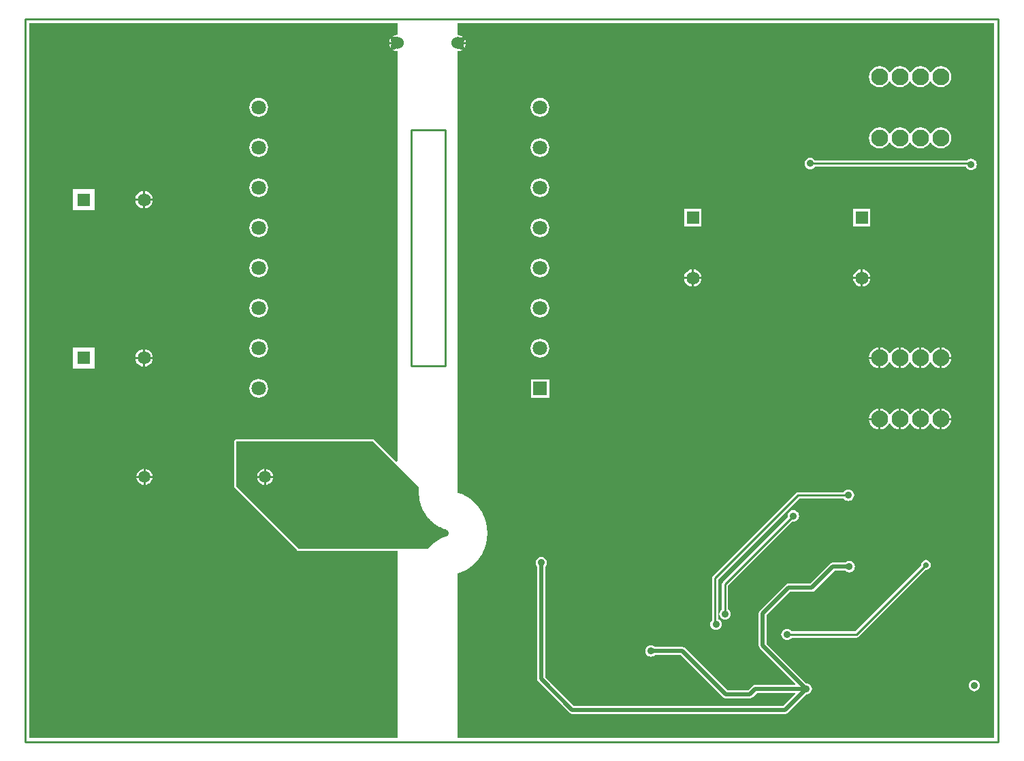
<source format=gbl>
G04*
G04 #@! TF.GenerationSoftware,Altium Limited,Altium Designer,18.1.7 (191)*
G04*
G04 Layer_Physical_Order=2*
G04 Layer_Color=16711680*
%FSLAX44Y44*%
%MOMM*%
G71*
G01*
G75*
%ADD14C,0.2540*%
%ADD65C,0.5000*%
%ADD67C,1.6500*%
%ADD68R,1.6500X1.6500*%
%ADD69C,1.5240*%
%ADD70C,2.1000*%
%ADD71R,1.6500X1.6500*%
%ADD72R,1.8000X1.8000*%
%ADD73C,1.8000*%
%ADD74C,1.5000*%
%ADD75C,0.9000*%
%ADD76C,0.7000*%
G36*
X462500Y880248D02*
X459848Y879899D01*
X457376Y878875D01*
X456694Y878351D01*
X456967Y878249D01*
X457686Y878047D01*
X458481Y877884D01*
X459352Y877760D01*
X461324Y877628D01*
X462424Y877620D01*
X456074Y871270D01*
X462500D01*
Y868730D01*
X456074D01*
X462424Y862380D01*
X461324Y862372D01*
X459352Y862240D01*
X458481Y862116D01*
X457686Y861953D01*
X456967Y861751D01*
X456694Y861649D01*
X457376Y861125D01*
X459848Y860101D01*
X462500Y859752D01*
Y349322D01*
X461327Y348836D01*
X434331Y375831D01*
X433491Y376393D01*
X432500Y376590D01*
X262000D01*
X261009Y376393D01*
X260169Y375831D01*
X259607Y374991D01*
X259410Y374000D01*
Y318000D01*
X259607Y317009D01*
X260169Y316169D01*
X338169Y238169D01*
X339009Y237607D01*
X340000Y237410D01*
X462500D01*
Y5098D01*
X5098D01*
Y894902D01*
X462500D01*
Y880248D01*
D02*
G37*
G36*
X489397Y317103D02*
Y310147D01*
X489500Y308575D01*
Y307001D01*
X489706Y305439D01*
X489809Y303868D01*
X490116Y302323D01*
X490321Y300762D01*
X490729Y299241D01*
X491036Y297697D01*
X491542Y296206D01*
X491950Y294685D01*
X492552Y293230D01*
X493059Y291739D01*
X493755Y290326D01*
X494358Y288871D01*
X495145Y287508D01*
X495842Y286095D01*
X496716Y284786D01*
X497504Y283422D01*
X498462Y282173D01*
X499337Y280864D01*
X500376Y279680D01*
X501334Y278430D01*
X502448Y277317D01*
X503486Y276133D01*
X504670Y275095D01*
X505784Y273981D01*
X507033Y273022D01*
X508217Y271984D01*
X509526Y271109D01*
X510775Y270151D01*
X512139Y269363D01*
X513448Y268488D01*
X514861Y267792D01*
X516225Y267005D01*
X517679Y266402D01*
X519092Y265705D01*
X520583Y265199D01*
X522038Y264597D01*
X523586Y264071D01*
X524103Y263816D01*
X524582Y263496D01*
X525016Y263116D01*
X525396Y262682D01*
X525716Y262203D01*
X525971Y261686D01*
X526156Y261141D01*
X526269Y260575D01*
X526306Y260000D01*
X526269Y259425D01*
X526156Y258859D01*
X525971Y258314D01*
X525716Y257797D01*
X525396Y257318D01*
X525016Y256884D01*
X524582Y256504D01*
X524103Y256184D01*
X523586Y255929D01*
X522038Y255403D01*
X520583Y254801D01*
X519092Y254294D01*
X517679Y253598D01*
X516225Y252995D01*
X514861Y252208D01*
X513448Y251512D01*
X512139Y250637D01*
X510775Y249849D01*
X509526Y248891D01*
X508217Y248016D01*
X507033Y246978D01*
X505784Y246019D01*
X504670Y244905D01*
X503486Y243867D01*
X502448Y242683D01*
X501334Y241570D01*
X500376Y240320D01*
X500095Y240000D01*
X340000D01*
X262000Y318000D01*
Y374000D01*
X432500D01*
X489397Y317103D01*
D02*
G37*
G36*
X1204902Y5098D02*
X537500D01*
Y209853D01*
X542034Y211392D01*
X548206Y214436D01*
X553929Y218260D01*
X559103Y222797D01*
X563641Y227971D01*
X567464Y233694D01*
X570508Y239866D01*
X572720Y246383D01*
X574063Y253133D01*
X574513Y260000D01*
X574063Y266867D01*
X572720Y273617D01*
X570508Y280134D01*
X567464Y286306D01*
X563641Y292029D01*
X559103Y297203D01*
X553929Y301740D01*
X548206Y305564D01*
X542034Y308608D01*
X537500Y310147D01*
Y859752D01*
X540152Y860101D01*
X542624Y861125D01*
X543306Y861649D01*
X543033Y861751D01*
X542314Y861953D01*
X541519Y862116D01*
X540648Y862240D01*
X538676Y862372D01*
X537576Y862380D01*
X543926Y868730D01*
X537500D01*
Y871270D01*
X543357D01*
X538636Y877535D01*
X539664Y877403D01*
X541524Y877310D01*
X542355Y877348D01*
X543121Y877443D01*
X543822Y877595D01*
X544151Y877702D01*
X542624Y878875D01*
X540152Y879899D01*
X537500Y880248D01*
Y894902D01*
X1204902D01*
X1204902Y5098D01*
D02*
G37*
%LPC*%
G36*
X454149Y875806D02*
X453625Y875124D01*
X452602Y872652D01*
X452420Y871270D01*
X454866D01*
X454740Y873148D01*
X454616Y874019D01*
X454453Y874814D01*
X454251Y875533D01*
X454149Y875806D01*
D02*
G37*
G36*
X454866Y868730D02*
X452420D01*
X452602Y867348D01*
X453625Y864876D01*
X454149Y864194D01*
X454251Y864467D01*
X454453Y865186D01*
X454616Y865981D01*
X454740Y866852D01*
X454866Y868730D01*
D02*
G37*
G36*
X290000Y801639D02*
X286987Y801243D01*
X284180Y800080D01*
X281770Y798230D01*
X279920Y795820D01*
X278757Y793012D01*
X278361Y790000D01*
X278757Y786988D01*
X279920Y784180D01*
X281770Y781770D01*
X284180Y779920D01*
X286987Y778757D01*
X290000Y778360D01*
X293013Y778757D01*
X295820Y779920D01*
X298230Y781770D01*
X300080Y784180D01*
X301243Y786988D01*
X301640Y790000D01*
X301243Y793012D01*
X300080Y795820D01*
X298230Y798230D01*
X295820Y800080D01*
X293013Y801243D01*
X290000Y801639D01*
D02*
G37*
G36*
Y751639D02*
X286987Y751243D01*
X284180Y750080D01*
X281770Y748230D01*
X279920Y745820D01*
X278757Y743012D01*
X278361Y740000D01*
X278757Y736988D01*
X279920Y734180D01*
X281770Y731770D01*
X284180Y729920D01*
X286987Y728757D01*
X290000Y728360D01*
X293013Y728757D01*
X295820Y729920D01*
X298230Y731770D01*
X300080Y734180D01*
X301243Y736988D01*
X301640Y740000D01*
X301243Y743012D01*
X300080Y745820D01*
X298230Y748230D01*
X295820Y750080D01*
X293013Y751243D01*
X290000Y751639D01*
D02*
G37*
G36*
Y701639D02*
X286987Y701243D01*
X284180Y700080D01*
X281770Y698230D01*
X279920Y695820D01*
X278757Y693012D01*
X278361Y690000D01*
X278757Y686988D01*
X279920Y684180D01*
X281770Y681770D01*
X284180Y679920D01*
X286987Y678757D01*
X290000Y678360D01*
X293013Y678757D01*
X295820Y679920D01*
X298230Y681770D01*
X300080Y684180D01*
X301243Y686988D01*
X301640Y690000D01*
X301243Y693012D01*
X300080Y695820D01*
X298230Y698230D01*
X295820Y700080D01*
X293013Y701243D01*
X290000Y701639D01*
D02*
G37*
G36*
X148770Y685716D02*
Y676270D01*
X158216D01*
X158012Y677817D01*
X156925Y680442D01*
X155196Y682695D01*
X152942Y684425D01*
X150317Y685512D01*
X148770Y685716D01*
D02*
G37*
G36*
X146230D02*
X144683Y685512D01*
X142058Y684425D01*
X139804Y682695D01*
X138075Y680442D01*
X136988Y677817D01*
X136784Y676270D01*
X146230D01*
Y685716D01*
D02*
G37*
G36*
X158216Y673730D02*
X148770D01*
Y664284D01*
X150317Y664488D01*
X152942Y665575D01*
X155196Y667305D01*
X156925Y669558D01*
X158012Y672183D01*
X158216Y673730D01*
D02*
G37*
G36*
X146230D02*
X136784D01*
X136988Y672183D01*
X138075Y669558D01*
X139804Y667305D01*
X142058Y665575D01*
X144683Y664488D01*
X146230Y664284D01*
Y673730D01*
D02*
G37*
G36*
X85750Y688250D02*
X59250D01*
Y661750D01*
X85750D01*
Y688250D01*
D02*
G37*
G36*
X290000Y651639D02*
X286987Y651243D01*
X284180Y650080D01*
X281770Y648230D01*
X279920Y645820D01*
X278757Y643012D01*
X278361Y640000D01*
X278757Y636987D01*
X279920Y634180D01*
X281770Y631770D01*
X284180Y629920D01*
X286987Y628757D01*
X290000Y628360D01*
X293013Y628757D01*
X295820Y629920D01*
X298230Y631770D01*
X300080Y634180D01*
X301243Y636987D01*
X301640Y640000D01*
X301243Y643012D01*
X300080Y645820D01*
X298230Y648230D01*
X295820Y650080D01*
X293013Y651243D01*
X290000Y651639D01*
D02*
G37*
G36*
Y601640D02*
X286987Y601243D01*
X284180Y600080D01*
X281770Y598230D01*
X279920Y595820D01*
X278757Y593013D01*
X278361Y590000D01*
X278757Y586987D01*
X279920Y584180D01*
X281770Y581770D01*
X284180Y579920D01*
X286987Y578757D01*
X290000Y578360D01*
X293013Y578757D01*
X295820Y579920D01*
X298230Y581770D01*
X300080Y584180D01*
X301243Y586987D01*
X301640Y590000D01*
X301243Y593013D01*
X300080Y595820D01*
X298230Y598230D01*
X295820Y600080D01*
X293013Y601243D01*
X290000Y601640D01*
D02*
G37*
G36*
Y551640D02*
X286987Y551243D01*
X284180Y550080D01*
X281770Y548230D01*
X279920Y545820D01*
X278757Y543013D01*
X278361Y540000D01*
X278757Y536987D01*
X279920Y534180D01*
X281770Y531770D01*
X284180Y529920D01*
X286987Y528757D01*
X290000Y528360D01*
X293013Y528757D01*
X295820Y529920D01*
X298230Y531770D01*
X300080Y534180D01*
X301243Y536987D01*
X301640Y540000D01*
X301243Y543013D01*
X300080Y545820D01*
X298230Y548230D01*
X295820Y550080D01*
X293013Y551243D01*
X290000Y551640D01*
D02*
G37*
G36*
X148770Y488816D02*
Y479370D01*
X158216D01*
X158012Y480917D01*
X156925Y483541D01*
X155196Y485796D01*
X152942Y487525D01*
X150317Y488612D01*
X148770Y488816D01*
D02*
G37*
G36*
X146230D02*
X144683Y488612D01*
X142058Y487525D01*
X139804Y485796D01*
X138075Y483541D01*
X136988Y480917D01*
X136784Y479370D01*
X146230D01*
Y488816D01*
D02*
G37*
G36*
X290000Y501640D02*
X286987Y501243D01*
X284180Y500080D01*
X281770Y498230D01*
X279920Y495820D01*
X278757Y493013D01*
X278361Y490000D01*
X278757Y486987D01*
X279920Y484180D01*
X281770Y481770D01*
X284180Y479920D01*
X286987Y478757D01*
X290000Y478360D01*
X293013Y478757D01*
X295820Y479920D01*
X298230Y481770D01*
X300080Y484180D01*
X301243Y486987D01*
X301640Y490000D01*
X301243Y493013D01*
X300080Y495820D01*
X298230Y498230D01*
X295820Y500080D01*
X293013Y501243D01*
X290000Y501640D01*
D02*
G37*
G36*
X158216Y476830D02*
X148770D01*
Y467384D01*
X150317Y467588D01*
X152942Y468675D01*
X155196Y470405D01*
X156925Y472658D01*
X158012Y475283D01*
X158216Y476830D01*
D02*
G37*
G36*
X146230D02*
X136784D01*
X136988Y475283D01*
X138075Y472658D01*
X139804Y470405D01*
X142058Y468675D01*
X144683Y467588D01*
X146230Y467384D01*
Y476830D01*
D02*
G37*
G36*
X85750Y491350D02*
X59250D01*
Y464850D01*
X85750D01*
Y491350D01*
D02*
G37*
G36*
X290000Y451640D02*
X286987Y451243D01*
X284180Y450080D01*
X281770Y448230D01*
X279920Y445820D01*
X278757Y443013D01*
X278361Y440000D01*
X278757Y436987D01*
X279920Y434180D01*
X281770Y431770D01*
X284180Y429920D01*
X286987Y428757D01*
X290000Y428360D01*
X293013Y428757D01*
X295820Y429920D01*
X298230Y431770D01*
X300080Y434180D01*
X301243Y436987D01*
X301640Y440000D01*
X301243Y443013D01*
X300080Y445820D01*
X298230Y448230D01*
X295820Y450080D01*
X293013Y451243D01*
X290000Y451640D01*
D02*
G37*
G36*
X149270Y339959D02*
Y331270D01*
X157959D01*
X157782Y332621D01*
X156770Y335063D01*
X155161Y337161D01*
X153063Y338770D01*
X150621Y339782D01*
X149270Y339959D01*
D02*
G37*
G36*
X146730D02*
X145379Y339782D01*
X142937Y338770D01*
X140839Y337161D01*
X139230Y335063D01*
X138218Y332621D01*
X138041Y331270D01*
X146730D01*
Y339959D01*
D02*
G37*
G36*
X157959Y328730D02*
X149270D01*
Y320041D01*
X150621Y320218D01*
X153063Y321230D01*
X155161Y322839D01*
X156770Y324937D01*
X157782Y327379D01*
X157959Y328730D01*
D02*
G37*
G36*
X146730D02*
X138041D01*
X138218Y327379D01*
X139230Y324937D01*
X140839Y322839D01*
X142937Y321230D01*
X145379Y320218D01*
X146730Y320041D01*
Y328730D01*
D02*
G37*
G36*
X299270Y339959D02*
Y331270D01*
X307959D01*
X307782Y332621D01*
X306770Y335063D01*
X305161Y337161D01*
X303063Y338770D01*
X300621Y339782D01*
X299270Y339959D01*
D02*
G37*
G36*
X296730D02*
X295379Y339782D01*
X292937Y338770D01*
X290839Y337161D01*
X289230Y335063D01*
X288218Y332621D01*
X288041Y331270D01*
X296730D01*
Y339959D01*
D02*
G37*
G36*
X307959Y328730D02*
X299270D01*
Y320041D01*
X300621Y320218D01*
X303063Y321230D01*
X305161Y322839D01*
X306770Y324937D01*
X307782Y327379D01*
X307959Y328730D01*
D02*
G37*
G36*
X296730D02*
X288041D01*
X288218Y327379D01*
X289230Y324937D01*
X290839Y322839D01*
X292937Y321230D01*
X295379Y320218D01*
X296730Y320041D01*
Y328730D01*
D02*
G37*
G36*
X546439Y874968D02*
X546317Y874682D01*
X546063Y873956D01*
X545826Y873142D01*
X545410Y871270D01*
X547580D01*
X547398Y872652D01*
X546439Y874968D01*
D02*
G37*
G36*
X547580Y868730D02*
X545134D01*
X545260Y866852D01*
X545384Y865981D01*
X545547Y865186D01*
X545749Y864467D01*
X545851Y864194D01*
X546375Y864876D01*
X547398Y867348D01*
X547580Y868730D01*
D02*
G37*
G36*
X1138100Y841253D02*
X1134696Y840804D01*
X1131524Y839490D01*
X1128800Y837400D01*
X1126710Y834676D01*
X1126035Y833048D01*
X1124765D01*
X1124090Y834676D01*
X1122000Y837400D01*
X1119276Y839490D01*
X1116104Y840804D01*
X1112700Y841253D01*
X1109296Y840804D01*
X1106124Y839490D01*
X1103400Y837400D01*
X1101310Y834676D01*
X1100635Y833048D01*
X1099365D01*
X1098690Y834676D01*
X1096600Y837400D01*
X1093876Y839490D01*
X1090704Y840804D01*
X1087300Y841253D01*
X1083896Y840804D01*
X1080724Y839490D01*
X1078000Y837400D01*
X1075910Y834676D01*
X1075235Y833048D01*
X1073965D01*
X1073290Y834676D01*
X1071200Y837400D01*
X1068476Y839490D01*
X1065304Y840804D01*
X1061900Y841253D01*
X1058496Y840804D01*
X1055324Y839490D01*
X1052600Y837400D01*
X1050510Y834676D01*
X1049196Y831504D01*
X1048747Y828100D01*
X1049196Y824696D01*
X1050510Y821524D01*
X1052600Y818800D01*
X1055324Y816710D01*
X1058496Y815396D01*
X1061900Y814948D01*
X1065304Y815396D01*
X1068476Y816710D01*
X1071200Y818800D01*
X1073290Y821524D01*
X1073965Y823152D01*
X1075235D01*
X1075910Y821524D01*
X1078000Y818800D01*
X1080724Y816710D01*
X1083896Y815396D01*
X1087300Y814948D01*
X1090704Y815396D01*
X1093876Y816710D01*
X1096600Y818800D01*
X1098690Y821524D01*
X1099365Y823152D01*
X1100635D01*
X1101310Y821524D01*
X1103400Y818800D01*
X1106124Y816710D01*
X1109296Y815396D01*
X1112700Y814948D01*
X1116104Y815396D01*
X1119276Y816710D01*
X1122000Y818800D01*
X1124090Y821524D01*
X1124765Y823152D01*
X1126035D01*
X1126710Y821524D01*
X1128800Y818800D01*
X1131524Y816710D01*
X1134696Y815396D01*
X1138100Y814948D01*
X1141504Y815396D01*
X1144676Y816710D01*
X1147400Y818800D01*
X1149490Y821524D01*
X1150804Y824696D01*
X1151253Y828100D01*
X1150804Y831504D01*
X1149490Y834676D01*
X1147400Y837400D01*
X1144676Y839490D01*
X1141504Y840804D01*
X1138100Y841253D01*
D02*
G37*
G36*
X640000Y801639D02*
X636987Y801243D01*
X634180Y800080D01*
X631770Y798230D01*
X629920Y795820D01*
X628757Y793012D01*
X628360Y790000D01*
X628757Y786988D01*
X629920Y784180D01*
X631770Y781770D01*
X634180Y779920D01*
X636987Y778757D01*
X640000Y778360D01*
X643013Y778757D01*
X645820Y779920D01*
X648230Y781770D01*
X650080Y784180D01*
X651243Y786988D01*
X651640Y790000D01*
X651243Y793012D01*
X650080Y795820D01*
X648230Y798230D01*
X645820Y800080D01*
X643013Y801243D01*
X640000Y801639D01*
D02*
G37*
G36*
X1138100Y765052D02*
X1134696Y764604D01*
X1131524Y763290D01*
X1128800Y761200D01*
X1126710Y758476D01*
X1126035Y756848D01*
X1124765D01*
X1124090Y758476D01*
X1122000Y761200D01*
X1119276Y763290D01*
X1116104Y764604D01*
X1112700Y765052D01*
X1109296Y764604D01*
X1106124Y763290D01*
X1103400Y761200D01*
X1101310Y758476D01*
X1100635Y756848D01*
X1099365D01*
X1098690Y758476D01*
X1096600Y761200D01*
X1093876Y763290D01*
X1090704Y764604D01*
X1087300Y765052D01*
X1083896Y764604D01*
X1080724Y763290D01*
X1078000Y761200D01*
X1075910Y758476D01*
X1075235Y756848D01*
X1073965D01*
X1073290Y758476D01*
X1071200Y761200D01*
X1068476Y763290D01*
X1065304Y764604D01*
X1061900Y765052D01*
X1058496Y764604D01*
X1055324Y763290D01*
X1052600Y761200D01*
X1050510Y758476D01*
X1049196Y755304D01*
X1048747Y751900D01*
X1049196Y748496D01*
X1050510Y745324D01*
X1052600Y742600D01*
X1055324Y740510D01*
X1058496Y739196D01*
X1061900Y738747D01*
X1065304Y739196D01*
X1068476Y740510D01*
X1071200Y742600D01*
X1073290Y745324D01*
X1073965Y746952D01*
X1075235D01*
X1075910Y745324D01*
X1078000Y742600D01*
X1080724Y740510D01*
X1083896Y739196D01*
X1087300Y738747D01*
X1090704Y739196D01*
X1093876Y740510D01*
X1096600Y742600D01*
X1098690Y745324D01*
X1099365Y746952D01*
X1100635D01*
X1101310Y745324D01*
X1103400Y742600D01*
X1106124Y740510D01*
X1109296Y739196D01*
X1112700Y738747D01*
X1116104Y739196D01*
X1119276Y740510D01*
X1122000Y742600D01*
X1124090Y745324D01*
X1124765Y746952D01*
X1126035D01*
X1126710Y745324D01*
X1128800Y742600D01*
X1131524Y740510D01*
X1134696Y739196D01*
X1138100Y738747D01*
X1141504Y739196D01*
X1144676Y740510D01*
X1147400Y742600D01*
X1149490Y745324D01*
X1150804Y748496D01*
X1151253Y751900D01*
X1150804Y755304D01*
X1149490Y758476D01*
X1147400Y761200D01*
X1144676Y763290D01*
X1141504Y764604D01*
X1138100Y765052D01*
D02*
G37*
G36*
X640000Y751639D02*
X636987Y751243D01*
X634180Y750080D01*
X631770Y748230D01*
X629920Y745820D01*
X628757Y743012D01*
X628360Y740000D01*
X628757Y736988D01*
X629920Y734180D01*
X631770Y731770D01*
X634180Y729920D01*
X636987Y728757D01*
X640000Y728360D01*
X643013Y728757D01*
X645820Y729920D01*
X648230Y731770D01*
X650080Y734180D01*
X651243Y736988D01*
X651640Y740000D01*
X651243Y743012D01*
X650080Y745820D01*
X648230Y748230D01*
X645820Y750080D01*
X643013Y751243D01*
X640000Y751639D01*
D02*
G37*
G36*
X976000Y727101D02*
X974162Y726859D01*
X972450Y726149D01*
X970979Y725021D01*
X969851Y723550D01*
X969141Y721838D01*
X968899Y720000D01*
X969141Y718162D01*
X969851Y716450D01*
X970979Y714979D01*
X972450Y713851D01*
X974162Y713141D01*
X976000Y712899D01*
X977838Y713141D01*
X979550Y713851D01*
X981021Y714979D01*
X981893Y716115D01*
X1169575D01*
X1169851Y715450D01*
X1170979Y713979D01*
X1172450Y712851D01*
X1174162Y712141D01*
X1176000Y711899D01*
X1177838Y712141D01*
X1179550Y712851D01*
X1181021Y713979D01*
X1182149Y715450D01*
X1182859Y717162D01*
X1183101Y719000D01*
X1182859Y720838D01*
X1182149Y722550D01*
X1181021Y724021D01*
X1179550Y725149D01*
X1177838Y725859D01*
X1176000Y726101D01*
X1174162Y725859D01*
X1172450Y725149D01*
X1170979Y724021D01*
X1170874Y723885D01*
X981893D01*
X981021Y725021D01*
X979550Y726149D01*
X977838Y726859D01*
X976000Y727101D01*
D02*
G37*
G36*
X640000Y701639D02*
X636987Y701243D01*
X634180Y700080D01*
X631770Y698230D01*
X629920Y695820D01*
X628757Y693012D01*
X628360Y690000D01*
X628757Y686988D01*
X629920Y684180D01*
X631770Y681770D01*
X634180Y679920D01*
X636987Y678757D01*
X640000Y678360D01*
X643013Y678757D01*
X645820Y679920D01*
X648230Y681770D01*
X650080Y684180D01*
X651243Y686988D01*
X651640Y690000D01*
X651243Y693012D01*
X650080Y695820D01*
X648230Y698230D01*
X645820Y700080D01*
X643013Y701243D01*
X640000Y701639D01*
D02*
G37*
G36*
X1050790Y663290D02*
X1029210D01*
Y641710D01*
X1050790D01*
Y663290D01*
D02*
G37*
G36*
X840790D02*
X819210D01*
Y641710D01*
X840790D01*
Y663290D01*
D02*
G37*
G36*
X640000Y651639D02*
X636987Y651243D01*
X634180Y650080D01*
X631770Y648230D01*
X629920Y645820D01*
X628757Y643012D01*
X628360Y640000D01*
X628757Y636987D01*
X629920Y634180D01*
X631770Y631770D01*
X634180Y629920D01*
X636987Y628757D01*
X640000Y628360D01*
X643013Y628757D01*
X645820Y629920D01*
X648230Y631770D01*
X650080Y634180D01*
X651243Y636987D01*
X651640Y640000D01*
X651243Y643012D01*
X650080Y645820D01*
X648230Y648230D01*
X645820Y650080D01*
X643013Y651243D01*
X640000Y651639D01*
D02*
G37*
G36*
X1041270Y588216D02*
Y578770D01*
X1050716D01*
X1050512Y580317D01*
X1049425Y582942D01*
X1047695Y585196D01*
X1045442Y586925D01*
X1042817Y588012D01*
X1041270Y588216D01*
D02*
G37*
G36*
X1038730Y588216D02*
X1037183Y588012D01*
X1034558Y586925D01*
X1032305Y585196D01*
X1030575Y582942D01*
X1029488Y580317D01*
X1029284Y578770D01*
X1038730D01*
Y588216D01*
D02*
G37*
G36*
X831270D02*
Y578770D01*
X840716D01*
X840512Y580317D01*
X839425Y582942D01*
X837695Y585196D01*
X835442Y586925D01*
X832817Y588012D01*
X831270Y588216D01*
D02*
G37*
G36*
X828730D02*
X827183Y588012D01*
X824558Y586925D01*
X822305Y585196D01*
X820575Y582942D01*
X819488Y580317D01*
X819284Y578770D01*
X828730D01*
Y588216D01*
D02*
G37*
G36*
X640000Y601640D02*
X636987Y601243D01*
X634180Y600080D01*
X631770Y598230D01*
X629920Y595820D01*
X628757Y593013D01*
X628360Y590000D01*
X628757Y586987D01*
X629920Y584180D01*
X631770Y581770D01*
X634180Y579920D01*
X636987Y578757D01*
X640000Y578360D01*
X643013Y578757D01*
X645820Y579920D01*
X648230Y581770D01*
X650080Y584180D01*
X651243Y586987D01*
X651640Y590000D01*
X651243Y593013D01*
X650080Y595820D01*
X648230Y598230D01*
X645820Y600080D01*
X643013Y601243D01*
X640000Y601640D01*
D02*
G37*
G36*
X1038730Y576230D02*
X1029284D01*
X1029488Y574683D01*
X1030575Y572058D01*
X1032305Y569804D01*
X1034558Y568075D01*
X1037183Y566988D01*
X1038730Y566784D01*
Y576230D01*
D02*
G37*
G36*
X828730Y576230D02*
X819284D01*
X819488Y574683D01*
X820575Y572058D01*
X822305Y569804D01*
X824558Y568075D01*
X827183Y566988D01*
X828730Y566784D01*
Y576230D01*
D02*
G37*
G36*
X840716D02*
X831270D01*
Y566784D01*
X832817Y566988D01*
X835442Y568075D01*
X837695Y569804D01*
X839425Y572058D01*
X840512Y574683D01*
X840716Y576230D01*
D02*
G37*
G36*
X1050716Y576230D02*
X1041270D01*
Y566784D01*
X1042817Y566988D01*
X1045442Y568075D01*
X1047695Y569804D01*
X1049425Y572058D01*
X1050512Y574683D01*
X1050716Y576230D01*
D02*
G37*
G36*
X640000Y551640D02*
X636987Y551243D01*
X634180Y550080D01*
X631770Y548230D01*
X629920Y545820D01*
X628757Y543013D01*
X628360Y540000D01*
X628757Y536987D01*
X629920Y534180D01*
X631770Y531770D01*
X634180Y529920D01*
X636987Y528757D01*
X640000Y528360D01*
X643013Y528757D01*
X645820Y529920D01*
X648230Y531770D01*
X650080Y534180D01*
X651243Y536987D01*
X651640Y540000D01*
X651243Y543013D01*
X650080Y545820D01*
X648230Y548230D01*
X645820Y550080D01*
X643013Y551243D01*
X640000Y551640D01*
D02*
G37*
G36*
X1136830Y491085D02*
X1134696Y490804D01*
X1131524Y489490D01*
X1128800Y487400D01*
X1126710Y484676D01*
X1126035Y483048D01*
X1124765D01*
X1124090Y484676D01*
X1122000Y487400D01*
X1119276Y489490D01*
X1116104Y490804D01*
X1113970Y491085D01*
Y478100D01*
Y465115D01*
X1116104Y465396D01*
X1119276Y466710D01*
X1122000Y468800D01*
X1124090Y471524D01*
X1124765Y473152D01*
X1126035D01*
X1126710Y471524D01*
X1128800Y468800D01*
X1131524Y466710D01*
X1134696Y465396D01*
X1136830Y465115D01*
Y478100D01*
Y491085D01*
D02*
G37*
G36*
X1111430D02*
X1109296Y490804D01*
X1106124Y489490D01*
X1103400Y487400D01*
X1101310Y484676D01*
X1100635Y483048D01*
X1099365D01*
X1098690Y484676D01*
X1096600Y487400D01*
X1093876Y489490D01*
X1090704Y490804D01*
X1088570Y491085D01*
Y478100D01*
Y465115D01*
X1090704Y465396D01*
X1093876Y466710D01*
X1096600Y468800D01*
X1098690Y471524D01*
X1099365Y473152D01*
X1100635D01*
X1101310Y471524D01*
X1103400Y468800D01*
X1106124Y466710D01*
X1109296Y465396D01*
X1111430Y465115D01*
Y478100D01*
Y491085D01*
D02*
G37*
G36*
X1086030D02*
X1083896Y490804D01*
X1080724Y489490D01*
X1078000Y487400D01*
X1075910Y484676D01*
X1075235Y483048D01*
X1073965D01*
X1073290Y484676D01*
X1071200Y487400D01*
X1068476Y489490D01*
X1065304Y490804D01*
X1063170Y491085D01*
Y478100D01*
Y465115D01*
X1065304Y465396D01*
X1068476Y466710D01*
X1071200Y468800D01*
X1073290Y471524D01*
X1073965Y473152D01*
X1075235D01*
X1075910Y471524D01*
X1078000Y468800D01*
X1080724Y466710D01*
X1083896Y465396D01*
X1086030Y465115D01*
Y478100D01*
Y491085D01*
D02*
G37*
G36*
X1139370D02*
Y479370D01*
X1151085D01*
X1150804Y481504D01*
X1149490Y484676D01*
X1147400Y487400D01*
X1144676Y489490D01*
X1141504Y490804D01*
X1139370Y491085D01*
D02*
G37*
G36*
X1060630D02*
X1058496Y490804D01*
X1055324Y489490D01*
X1052600Y487400D01*
X1050510Y484676D01*
X1049196Y481504D01*
X1048915Y479370D01*
X1060630D01*
Y491085D01*
D02*
G37*
G36*
X640000Y501640D02*
X636987Y501243D01*
X634180Y500080D01*
X631770Y498230D01*
X629920Y495820D01*
X628757Y493013D01*
X628360Y490000D01*
X628757Y486987D01*
X629920Y484180D01*
X631770Y481770D01*
X634180Y479920D01*
X636987Y478757D01*
X640000Y478360D01*
X643013Y478757D01*
X645820Y479920D01*
X648230Y481770D01*
X650080Y484180D01*
X651243Y486987D01*
X651640Y490000D01*
X651243Y493013D01*
X650080Y495820D01*
X648230Y498230D01*
X645820Y500080D01*
X643013Y501243D01*
X640000Y501640D01*
D02*
G37*
G36*
X1151085Y476830D02*
X1139370D01*
Y465115D01*
X1141504Y465396D01*
X1144676Y466710D01*
X1147400Y468800D01*
X1149490Y471524D01*
X1150804Y474696D01*
X1151085Y476830D01*
D02*
G37*
G36*
X1060630D02*
X1048915D01*
X1049196Y474696D01*
X1050510Y471524D01*
X1052600Y468800D01*
X1055324Y466710D01*
X1058496Y465396D01*
X1060630Y465115D01*
Y476830D01*
D02*
G37*
G36*
X651540Y451540D02*
X628460D01*
Y428460D01*
X651540D01*
Y451540D01*
D02*
G37*
G36*
X1136830Y414885D02*
X1134696Y414604D01*
X1131524Y413290D01*
X1128800Y411200D01*
X1126710Y408476D01*
X1126035Y406848D01*
X1124765D01*
X1124090Y408476D01*
X1122000Y411200D01*
X1119276Y413290D01*
X1116104Y414604D01*
X1113970Y414885D01*
Y401900D01*
Y388915D01*
X1116104Y389196D01*
X1119276Y390510D01*
X1122000Y392600D01*
X1124090Y395324D01*
X1124765Y396952D01*
X1126035D01*
X1126710Y395324D01*
X1128800Y392600D01*
X1131524Y390510D01*
X1134696Y389196D01*
X1136830Y388915D01*
Y401900D01*
Y414885D01*
D02*
G37*
G36*
X1111430D02*
X1109296Y414604D01*
X1106124Y413290D01*
X1103400Y411200D01*
X1101310Y408476D01*
X1100635Y406848D01*
X1099365D01*
X1098690Y408476D01*
X1096600Y411200D01*
X1093876Y413290D01*
X1090704Y414604D01*
X1088570Y414885D01*
Y401900D01*
Y388915D01*
X1090704Y389196D01*
X1093876Y390510D01*
X1096600Y392600D01*
X1098690Y395324D01*
X1099365Y396952D01*
X1100635D01*
X1101310Y395324D01*
X1103400Y392600D01*
X1106124Y390510D01*
X1109296Y389196D01*
X1111430Y388915D01*
Y401900D01*
Y414885D01*
D02*
G37*
G36*
X1086030D02*
X1083896Y414604D01*
X1080724Y413290D01*
X1078000Y411200D01*
X1075910Y408476D01*
X1075235Y406848D01*
X1073965D01*
X1073290Y408476D01*
X1071200Y411200D01*
X1068476Y413290D01*
X1065304Y414604D01*
X1063170Y414885D01*
Y401900D01*
Y388915D01*
X1065304Y389196D01*
X1068476Y390510D01*
X1071200Y392600D01*
X1073290Y395324D01*
X1073965Y396952D01*
X1075235D01*
X1075910Y395324D01*
X1078000Y392600D01*
X1080724Y390510D01*
X1083896Y389196D01*
X1086030Y388915D01*
Y401900D01*
Y414885D01*
D02*
G37*
G36*
X1139370D02*
Y403170D01*
X1151085D01*
X1150804Y405304D01*
X1149490Y408476D01*
X1147400Y411200D01*
X1144676Y413290D01*
X1141504Y414604D01*
X1139370Y414885D01*
D02*
G37*
G36*
X1060630D02*
X1058496Y414604D01*
X1055324Y413290D01*
X1052600Y411200D01*
X1050510Y408476D01*
X1049196Y405304D01*
X1048915Y403170D01*
X1060630D01*
Y414885D01*
D02*
G37*
G36*
X1151085Y400630D02*
X1139370D01*
Y388915D01*
X1141504Y389196D01*
X1144676Y390510D01*
X1147400Y392600D01*
X1149490Y395324D01*
X1150804Y398496D01*
X1151085Y400630D01*
D02*
G37*
G36*
X1060630D02*
X1048915D01*
X1049196Y398496D01*
X1050510Y395324D01*
X1052600Y392600D01*
X1055324Y390510D01*
X1058496Y389196D01*
X1060630Y388915D01*
Y400630D01*
D02*
G37*
G36*
X1023500Y314101D02*
X1021662Y313859D01*
X1019950Y313149D01*
X1018479Y312021D01*
X1017607Y310885D01*
X961000D01*
X959513Y310589D01*
X958253Y309747D01*
X854993Y206487D01*
X854151Y205227D01*
X853855Y203740D01*
Y151476D01*
X853719Y151371D01*
X852590Y149900D01*
X851881Y148188D01*
X851639Y146350D01*
X851881Y144512D01*
X852590Y142800D01*
X853719Y141329D01*
X855190Y140201D01*
X856902Y139491D01*
X858740Y139249D01*
X860578Y139491D01*
X862290Y140201D01*
X863761Y141329D01*
X864889Y142800D01*
X865599Y144512D01*
X865841Y146350D01*
X865599Y148188D01*
X864889Y149900D01*
X863761Y151371D01*
X862290Y152499D01*
X861625Y152775D01*
Y202131D01*
X962609Y303115D01*
X1017607D01*
X1018479Y301979D01*
X1019950Y300851D01*
X1021662Y300141D01*
X1023500Y299899D01*
X1025338Y300141D01*
X1027050Y300851D01*
X1028521Y301979D01*
X1029649Y303450D01*
X1030359Y305162D01*
X1030601Y307000D01*
X1030359Y308838D01*
X1029649Y310550D01*
X1028521Y312021D01*
X1027050Y313149D01*
X1025338Y313859D01*
X1023500Y314101D01*
D02*
G37*
G36*
X955000Y288451D02*
X953162Y288209D01*
X951450Y287499D01*
X949979Y286371D01*
X948851Y284900D01*
X948141Y283188D01*
X947899Y281350D01*
X948086Y279930D01*
X867253Y199097D01*
X866411Y197837D01*
X866115Y196350D01*
Y164943D01*
X864979Y164071D01*
X863851Y162600D01*
X863141Y160888D01*
X862899Y159050D01*
X863141Y157212D01*
X863851Y155500D01*
X864979Y154029D01*
X866450Y152901D01*
X868162Y152191D01*
X870000Y151949D01*
X871838Y152191D01*
X873550Y152901D01*
X875021Y154029D01*
X876149Y155500D01*
X876859Y157212D01*
X877101Y159050D01*
X876859Y160888D01*
X876149Y162600D01*
X875021Y164071D01*
X873885Y164943D01*
Y194741D01*
X953580Y274436D01*
X955000Y274249D01*
X956838Y274491D01*
X958550Y275201D01*
X960021Y276329D01*
X961149Y277800D01*
X961859Y279512D01*
X962101Y281350D01*
X961859Y283188D01*
X961149Y284900D01*
X960021Y286371D01*
X958550Y287499D01*
X956838Y288209D01*
X955000Y288451D01*
D02*
G37*
G36*
X1120000Y226408D02*
X1117643Y225940D01*
X1115645Y224605D01*
X1114310Y222607D01*
X1113842Y220250D01*
X1113952Y219696D01*
X1031791Y137535D01*
X952893D01*
X952021Y138671D01*
X950550Y139799D01*
X948838Y140509D01*
X947000Y140751D01*
X945162Y140509D01*
X943450Y139799D01*
X941979Y138671D01*
X940851Y137200D01*
X940141Y135488D01*
X939899Y133650D01*
X940141Y131812D01*
X940851Y130100D01*
X941979Y128629D01*
X943450Y127501D01*
X945162Y126791D01*
X947000Y126549D01*
X948838Y126791D01*
X950550Y127501D01*
X952021Y128629D01*
X952893Y129765D01*
X1033400D01*
X1034887Y130061D01*
X1036147Y130903D01*
X1119446Y214202D01*
X1120000Y214092D01*
X1122357Y214561D01*
X1124355Y215895D01*
X1125689Y217893D01*
X1126158Y220250D01*
X1125689Y222607D01*
X1124355Y224605D01*
X1122357Y225940D01*
X1120000Y226408D01*
D02*
G37*
G36*
X641500Y230101D02*
X639662Y229859D01*
X637950Y229149D01*
X636479Y228021D01*
X635351Y226550D01*
X634641Y224838D01*
X634399Y223000D01*
X634641Y221162D01*
X635351Y219450D01*
X636361Y218132D01*
Y78500D01*
X636752Y76533D01*
X637866Y74866D01*
X676366Y36366D01*
X678034Y35252D01*
X680000Y34861D01*
X945000D01*
X946966Y35252D01*
X948634Y36366D01*
X971192Y58924D01*
X972838Y59141D01*
X974550Y59851D01*
X976021Y60979D01*
X977149Y62450D01*
X977859Y64162D01*
X978101Y66000D01*
X977859Y67838D01*
X977149Y69550D01*
X976021Y71021D01*
X974550Y72149D01*
X972838Y72859D01*
X971192Y73075D01*
X922139Y122128D01*
Y157872D01*
X951128Y186861D01*
X978000D01*
X979967Y187252D01*
X981634Y188366D01*
X1006129Y212861D01*
X1019632D01*
X1020950Y211851D01*
X1022662Y211141D01*
X1024500Y210899D01*
X1026338Y211141D01*
X1028050Y211851D01*
X1029521Y212979D01*
X1030649Y214450D01*
X1031359Y216162D01*
X1031601Y218000D01*
X1031359Y219838D01*
X1030649Y221550D01*
X1029521Y223021D01*
X1028050Y224149D01*
X1026338Y224859D01*
X1024500Y225101D01*
X1022662Y224859D01*
X1020950Y224149D01*
X1019632Y223139D01*
X1004000D01*
X1002033Y222748D01*
X1000366Y221634D01*
X975872Y197139D01*
X949000D01*
X947033Y196748D01*
X945366Y195634D01*
X913366Y163634D01*
X912252Y161966D01*
X911861Y160000D01*
Y120000D01*
X912252Y118034D01*
X913366Y116366D01*
X957421Y72312D01*
X956935Y71139D01*
X907492D01*
X905525Y70748D01*
X903858Y69634D01*
X898823Y64599D01*
X872669D01*
X820634Y116634D01*
X818967Y117748D01*
X817000Y118139D01*
X782868D01*
X781550Y119149D01*
X779838Y119859D01*
X778000Y120101D01*
X776162Y119859D01*
X774450Y119149D01*
X772979Y118021D01*
X771851Y116550D01*
X771141Y114838D01*
X770899Y113000D01*
X771141Y111162D01*
X771851Y109450D01*
X772979Y107979D01*
X774450Y106851D01*
X776162Y106141D01*
X778000Y105899D01*
X779838Y106141D01*
X781550Y106851D01*
X782868Y107861D01*
X814872D01*
X866906Y55826D01*
X868574Y54712D01*
X870540Y54321D01*
X900952D01*
X902918Y54712D01*
X904585Y55826D01*
X909620Y60861D01*
X956935D01*
X957421Y59688D01*
X942871Y45139D01*
X682129D01*
X646639Y80628D01*
Y218132D01*
X647649Y219450D01*
X648359Y221162D01*
X648601Y223000D01*
X648359Y224838D01*
X647649Y226550D01*
X646521Y228021D01*
X645050Y229149D01*
X643338Y229859D01*
X641500Y230101D01*
D02*
G37*
G36*
X1180000Y77101D02*
X1178162Y76859D01*
X1176450Y76149D01*
X1174979Y75021D01*
X1173851Y73550D01*
X1173141Y71838D01*
X1172899Y70000D01*
X1173141Y68162D01*
X1173851Y66450D01*
X1174979Y64979D01*
X1176450Y63851D01*
X1178162Y63141D01*
X1180000Y62899D01*
X1181838Y63141D01*
X1183550Y63851D01*
X1185021Y64979D01*
X1186149Y66450D01*
X1186859Y68162D01*
X1187101Y70000D01*
X1186859Y71838D01*
X1186149Y73550D01*
X1185021Y75021D01*
X1183550Y76149D01*
X1181838Y76859D01*
X1180000Y77101D01*
D02*
G37*
%LPD*%
G36*
X967786Y62850D02*
X967639Y62973D01*
X967453Y63084D01*
X967228Y63182D01*
X966964Y63266D01*
X966661Y63337D01*
X966318Y63396D01*
X965517Y63474D01*
X965057Y63493D01*
X964558Y63500D01*
Y68500D01*
X965057Y68506D01*
X966318Y68604D01*
X966661Y68663D01*
X966964Y68734D01*
X967228Y68818D01*
X967453Y68916D01*
X967639Y69026D01*
X967786Y69150D01*
Y62850D01*
D02*
G37*
D14*
X539000Y870000D02*
X554000Y885000D01*
X537500Y870000D02*
X539000D01*
X537500D02*
X549000Y858500D01*
X447500Y855000D02*
X462500Y870000D01*
X441500Y891000D02*
X462500Y870000D01*
Y868730D02*
Y870000D01*
X1175000Y720000D02*
X1176000Y719000D01*
X976000Y720000D02*
X1175000D01*
X1033400Y133650D02*
X1120000Y220250D01*
X947000Y133650D02*
X1033400D01*
X870000Y196350D02*
X955000Y281350D01*
X870000Y159050D02*
Y196350D01*
X857740Y203740D02*
X961000Y307000D01*
X857740Y149144D02*
Y203740D01*
Y149144D02*
X858740Y148144D01*
X961000Y307000D02*
X1023500D01*
X480000Y761900D02*
X521900D01*
X521900Y468100D02*
X521900Y761900D01*
X480000Y468100D02*
X521900D01*
X480000D02*
X480000Y761900D01*
X0Y0D02*
Y900000D01*
X1210000D01*
X1210000Y0D01*
X0D02*
X1210000D01*
D65*
X917000Y120000D02*
X971000Y66000D01*
X945000Y40000D02*
X971000Y66000D01*
X680000Y40000D02*
X945000D01*
X870540Y59460D02*
X900952D01*
X817000Y113000D02*
X870540Y59460D01*
X900952D02*
X907492Y66000D01*
X971000D01*
X778000Y113000D02*
X817000D01*
X641500Y78500D02*
X680000Y40000D01*
X1004000Y218000D02*
X1024500D01*
X978000Y192000D02*
X1004000Y218000D01*
X949000Y192000D02*
X978000D01*
X917000Y160000D02*
X949000Y192000D01*
X917000Y120000D02*
Y160000D01*
X641500Y78500D02*
Y221770D01*
D67*
X830000Y577500D02*
D03*
X147500Y478100D02*
D03*
X1040000Y577500D02*
D03*
X147500Y675000D02*
D03*
D68*
X830000Y652500D02*
D03*
X1040000D02*
D03*
D69*
X462500Y870000D02*
D03*
X537500D02*
D03*
D70*
X1138100Y751900D02*
D03*
X1112700D02*
D03*
X1087300D02*
D03*
X1061900D02*
D03*
X1138100Y828100D02*
D03*
X1112700D02*
D03*
X1087300D02*
D03*
X1061900D02*
D03*
X1138100Y401900D02*
D03*
X1112700D02*
D03*
X1087300D02*
D03*
X1061900D02*
D03*
X1138100Y478100D02*
D03*
X1112700D02*
D03*
X1087300D02*
D03*
X1061900D02*
D03*
D71*
X72500D02*
D03*
Y675000D02*
D03*
D72*
X640000Y440000D02*
D03*
D73*
Y490000D02*
D03*
Y540000D02*
D03*
Y590000D02*
D03*
Y640000D02*
D03*
Y690000D02*
D03*
Y740000D02*
D03*
Y790000D02*
D03*
X290000D02*
D03*
Y740000D02*
D03*
Y690000D02*
D03*
Y640000D02*
D03*
Y590000D02*
D03*
Y540000D02*
D03*
Y490000D02*
D03*
Y440000D02*
D03*
D74*
X298000Y330000D02*
D03*
X148000D02*
D03*
D75*
X971000Y38000D02*
D03*
X1120000Y170000D02*
D03*
X1176000Y719000D02*
D03*
X976000Y720000D02*
D03*
X778000Y97000D02*
D03*
Y113000D02*
D03*
X641500Y223000D02*
D03*
X1024500Y218000D02*
D03*
X975000D02*
D03*
X1180000Y30000D02*
D03*
Y70000D02*
D03*
X1010000Y110000D02*
D03*
Y190000D02*
D03*
X939000Y328250D02*
D03*
X971000Y66000D02*
D03*
X885500Y69000D02*
D03*
X657500Y223000D02*
D03*
X613000Y264600D02*
D03*
X763000Y210750D02*
D03*
X856000Y235000D02*
D03*
X921000Y445400D02*
D03*
Y796600D02*
D03*
X869400Y475400D02*
D03*
X891170D02*
D03*
Y455400D02*
D03*
X869400D02*
D03*
X870400Y825400D02*
D03*
X892170D02*
D03*
Y805400D02*
D03*
X870400D02*
D03*
X260000Y225000D02*
D03*
X281770D02*
D03*
Y245000D02*
D03*
X260000D02*
D03*
X521900Y260000D02*
D03*
X501000D02*
D03*
X480000D02*
D03*
X70000Y780000D02*
D03*
X162500D02*
D03*
X1145000Y582942D02*
D03*
X935000Y586925D02*
D03*
X870000Y159050D02*
D03*
X858740Y146350D02*
D03*
X955000Y281350D02*
D03*
X947000Y133650D02*
D03*
X1023500Y307000D02*
D03*
D76*
X1120000Y220250D02*
D03*
M02*

</source>
